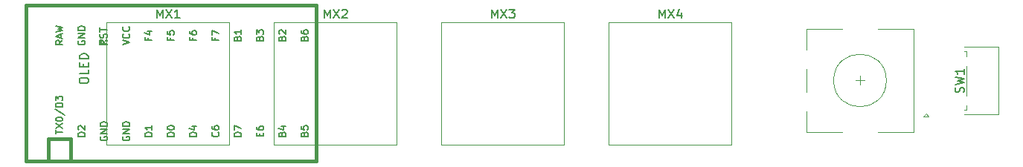
<source format=gbr>
%TF.GenerationSoftware,KiCad,Pcbnew,(5.1.7)-1*%
%TF.CreationDate,2020-11-07T14:05:26+07:00*%
%TF.ProjectId,pix,7069782e-6b69-4636-9164-5f7063625858,rev?*%
%TF.SameCoordinates,Original*%
%TF.FileFunction,Legend,Top*%
%TF.FilePolarity,Positive*%
%FSLAX46Y46*%
G04 Gerber Fmt 4.6, Leading zero omitted, Abs format (unit mm)*
G04 Created by KiCad (PCBNEW (5.1.7)-1) date 2020-11-07 14:05:26*
%MOMM*%
%LPD*%
G01*
G04 APERTURE LIST*
%ADD10C,0.381000*%
%ADD11C,0.150000*%
%ADD12C,0.120000*%
G04 APERTURE END LIST*
D10*
%TO.C,U1*%
X64728750Y-56140000D02*
X95208750Y-56140000D01*
X95208750Y-56140000D02*
X95208750Y-38360000D01*
X95208750Y-38360000D02*
X64728750Y-38360000D01*
X64728750Y-53600000D02*
X67268750Y-53600000D01*
X67268750Y-53600000D02*
X67268750Y-56140000D01*
D11*
G36*
X70608110Y-42318432D02*
G01*
X70908110Y-42318432D01*
X70908110Y-42418432D01*
X70608110Y-42418432D01*
X70608110Y-42318432D01*
G37*
X70608110Y-42318432D02*
X70908110Y-42318432D01*
X70908110Y-42418432D01*
X70608110Y-42418432D01*
X70608110Y-42318432D01*
G36*
X71008110Y-42518432D02*
G01*
X71108110Y-42518432D01*
X71108110Y-42618432D01*
X71008110Y-42618432D01*
X71008110Y-42518432D01*
G37*
X71008110Y-42518432D02*
X71108110Y-42518432D01*
X71108110Y-42618432D01*
X71008110Y-42618432D01*
X71008110Y-42518432D01*
G36*
X70608110Y-42318432D02*
G01*
X70708110Y-42318432D01*
X70708110Y-42818432D01*
X70608110Y-42818432D01*
X70608110Y-42318432D01*
G37*
X70608110Y-42318432D02*
X70708110Y-42318432D01*
X70708110Y-42818432D01*
X70608110Y-42818432D01*
X70608110Y-42318432D01*
G36*
X70608110Y-42718432D02*
G01*
X71408110Y-42718432D01*
X71408110Y-42818432D01*
X70608110Y-42818432D01*
X70608110Y-42718432D01*
G37*
X70608110Y-42718432D02*
X71408110Y-42718432D01*
X71408110Y-42818432D01*
X70608110Y-42818432D01*
X70608110Y-42718432D01*
G36*
X71208110Y-42318432D02*
G01*
X71408110Y-42318432D01*
X71408110Y-42418432D01*
X71208110Y-42418432D01*
X71208110Y-42318432D01*
G37*
X71208110Y-42318432D02*
X71408110Y-42318432D01*
X71408110Y-42418432D01*
X71208110Y-42418432D01*
X71208110Y-42318432D01*
D10*
X64728750Y-38360000D02*
X62188750Y-38360000D01*
X62188750Y-38360000D02*
X62188750Y-56140000D01*
X62188750Y-56140000D02*
X64728750Y-56140000D01*
X64728750Y-53600000D02*
X64728750Y-56140000D01*
D12*
%TO.C,SW2*%
X160093750Y-46911250D02*
G75*
G03*
X160093750Y-46911250I-3000000J0D01*
G01*
X155093750Y-52811250D02*
X150993750Y-52811250D01*
X150993750Y-41011250D02*
X155093750Y-41011250D01*
X159093750Y-41011250D02*
X163193750Y-41011250D01*
X159093750Y-52811250D02*
X163193750Y-52811250D01*
X163193750Y-52811250D02*
X163193750Y-41011250D01*
X164593750Y-50711250D02*
X164893750Y-51011250D01*
X164893750Y-51011250D02*
X164293750Y-51011250D01*
X164293750Y-51011250D02*
X164593750Y-50711250D01*
X150993750Y-52811250D02*
X150993750Y-50411250D01*
X150993750Y-48211250D02*
X150993750Y-45611250D01*
X150993750Y-43411250D02*
X150993750Y-41011250D01*
X157093750Y-47411250D02*
X157093750Y-46411250D01*
X157593750Y-46911250D02*
X156593750Y-46911250D01*
%TO.C,SW1*%
X169186250Y-43597500D02*
X168956250Y-43597500D01*
X172856250Y-43077500D02*
X172856250Y-50797500D01*
X172856250Y-50797500D02*
X168956250Y-50797500D01*
X172856250Y-43077500D02*
X168956250Y-43077500D01*
X169186250Y-50277500D02*
X168956250Y-50277500D01*
X169186250Y-49737500D02*
X169186250Y-50277500D01*
X169186250Y-43597500D02*
X169186250Y-44137500D01*
X169186250Y-45237500D02*
X169186250Y-48637500D01*
%TO.C,MX4*%
X128518750Y-40243750D02*
X142488750Y-40243750D01*
X142488750Y-40243750D02*
X142488750Y-54213750D01*
X142488750Y-54213750D02*
X128518750Y-54213750D01*
X128518750Y-54213750D02*
X128518750Y-40243750D01*
%TO.C,MX3*%
X109468750Y-40243750D02*
X123438750Y-40243750D01*
X123438750Y-40243750D02*
X123438750Y-54213750D01*
X123438750Y-54213750D02*
X109468750Y-54213750D01*
X109468750Y-54213750D02*
X109468750Y-40243750D01*
%TO.C,MX2*%
X90418750Y-40243750D02*
X104388750Y-40243750D01*
X104388750Y-40243750D02*
X104388750Y-54213750D01*
X104388750Y-54213750D02*
X90418750Y-54213750D01*
X90418750Y-54213750D02*
X90418750Y-40243750D01*
%TO.C,MX1*%
X71368750Y-40243750D02*
X85338750Y-40243750D01*
X85338750Y-40243750D02*
X85338750Y-54213750D01*
X85338750Y-54213750D02*
X71368750Y-54213750D01*
X71368750Y-54213750D02*
X71368750Y-40243750D01*
%TO.C,U1*%
D11*
X65560654Y-53012348D02*
X65560654Y-52555205D01*
X66360654Y-52783776D02*
X65560654Y-52783776D01*
X65560654Y-52364729D02*
X66360654Y-51831395D01*
X65560654Y-51831395D02*
X66360654Y-52364729D01*
X65560654Y-51374252D02*
X65560654Y-51298062D01*
X65598750Y-51221872D01*
X65636845Y-51183776D01*
X65713035Y-51145681D01*
X65865416Y-51107586D01*
X66055892Y-51107586D01*
X66208273Y-51145681D01*
X66284464Y-51183776D01*
X66322559Y-51221872D01*
X66360654Y-51298062D01*
X66360654Y-51374252D01*
X66322559Y-51450443D01*
X66284464Y-51488538D01*
X66208273Y-51526633D01*
X66055892Y-51564729D01*
X65865416Y-51564729D01*
X65713035Y-51526633D01*
X65636845Y-51488538D01*
X65598750Y-51450443D01*
X65560654Y-51374252D01*
X65522559Y-50193300D02*
X66551130Y-50879014D01*
X66360654Y-49926633D02*
X65560654Y-49926633D01*
X65560654Y-49736157D01*
X65598750Y-49621872D01*
X65674940Y-49545681D01*
X65751130Y-49507586D01*
X65903511Y-49469491D01*
X66017797Y-49469491D01*
X66170178Y-49507586D01*
X66246369Y-49545681D01*
X66322559Y-49621872D01*
X66360654Y-49736157D01*
X66360654Y-49926633D01*
X65560654Y-49202824D02*
X65560654Y-48707586D01*
X65865416Y-48974252D01*
X65865416Y-48859967D01*
X65903511Y-48783776D01*
X65941607Y-48745681D01*
X66017797Y-48707586D01*
X66208273Y-48707586D01*
X66284464Y-48745681D01*
X66322559Y-48783776D01*
X66360654Y-48859967D01*
X66360654Y-49088538D01*
X66322559Y-49164729D01*
X66284464Y-49202824D01*
X68900654Y-53301476D02*
X68100654Y-53301476D01*
X68100654Y-53111000D01*
X68138750Y-52996714D01*
X68214940Y-52920523D01*
X68291130Y-52882428D01*
X68443511Y-52844333D01*
X68557797Y-52844333D01*
X68710178Y-52882428D01*
X68786369Y-52920523D01*
X68862559Y-52996714D01*
X68900654Y-53111000D01*
X68900654Y-53301476D01*
X68176845Y-52539571D02*
X68138750Y-52501476D01*
X68100654Y-52425285D01*
X68100654Y-52234809D01*
X68138750Y-52158619D01*
X68176845Y-52120523D01*
X68253035Y-52082428D01*
X68329226Y-52082428D01*
X68443511Y-52120523D01*
X68900654Y-52577666D01*
X68900654Y-52082428D01*
X79060654Y-53301476D02*
X78260654Y-53301476D01*
X78260654Y-53111000D01*
X78298750Y-52996714D01*
X78374940Y-52920523D01*
X78451130Y-52882428D01*
X78603511Y-52844333D01*
X78717797Y-52844333D01*
X78870178Y-52882428D01*
X78946369Y-52920523D01*
X79022559Y-52996714D01*
X79060654Y-53111000D01*
X79060654Y-53301476D01*
X78260654Y-52349095D02*
X78260654Y-52272904D01*
X78298750Y-52196714D01*
X78336845Y-52158619D01*
X78413035Y-52120523D01*
X78565416Y-52082428D01*
X78755892Y-52082428D01*
X78908273Y-52120523D01*
X78984464Y-52158619D01*
X79022559Y-52196714D01*
X79060654Y-52272904D01*
X79060654Y-52349095D01*
X79022559Y-52425285D01*
X78984464Y-52463380D01*
X78908273Y-52501476D01*
X78755892Y-52539571D01*
X78565416Y-52539571D01*
X78413035Y-52501476D01*
X78336845Y-52463380D01*
X78298750Y-52425285D01*
X78260654Y-52349095D01*
X76520654Y-53301476D02*
X75720654Y-53301476D01*
X75720654Y-53111000D01*
X75758750Y-52996714D01*
X75834940Y-52920523D01*
X75911130Y-52882428D01*
X76063511Y-52844333D01*
X76177797Y-52844333D01*
X76330178Y-52882428D01*
X76406369Y-52920523D01*
X76482559Y-52996714D01*
X76520654Y-53111000D01*
X76520654Y-53301476D01*
X76520654Y-52082428D02*
X76520654Y-52539571D01*
X76520654Y-52311000D02*
X75720654Y-52311000D01*
X75834940Y-52387190D01*
X75911130Y-52463380D01*
X75949226Y-52539571D01*
X73218750Y-53320523D02*
X73180654Y-53396714D01*
X73180654Y-53511000D01*
X73218750Y-53625285D01*
X73294940Y-53701476D01*
X73371130Y-53739571D01*
X73523511Y-53777666D01*
X73637797Y-53777666D01*
X73790178Y-53739571D01*
X73866369Y-53701476D01*
X73942559Y-53625285D01*
X73980654Y-53511000D01*
X73980654Y-53434809D01*
X73942559Y-53320523D01*
X73904464Y-53282428D01*
X73637797Y-53282428D01*
X73637797Y-53434809D01*
X73980654Y-52939571D02*
X73180654Y-52939571D01*
X73980654Y-52482428D01*
X73180654Y-52482428D01*
X73980654Y-52101476D02*
X73180654Y-52101476D01*
X73180654Y-51911000D01*
X73218750Y-51796714D01*
X73294940Y-51720523D01*
X73371130Y-51682428D01*
X73523511Y-51644333D01*
X73637797Y-51644333D01*
X73790178Y-51682428D01*
X73866369Y-51720523D01*
X73942559Y-51796714D01*
X73980654Y-51911000D01*
X73980654Y-52101476D01*
X70678750Y-53320523D02*
X70640654Y-53396714D01*
X70640654Y-53511000D01*
X70678750Y-53625285D01*
X70754940Y-53701476D01*
X70831130Y-53739571D01*
X70983511Y-53777666D01*
X71097797Y-53777666D01*
X71250178Y-53739571D01*
X71326369Y-53701476D01*
X71402559Y-53625285D01*
X71440654Y-53511000D01*
X71440654Y-53434809D01*
X71402559Y-53320523D01*
X71364464Y-53282428D01*
X71097797Y-53282428D01*
X71097797Y-53434809D01*
X71440654Y-52939571D02*
X70640654Y-52939571D01*
X71440654Y-52482428D01*
X70640654Y-52482428D01*
X71440654Y-52101476D02*
X70640654Y-52101476D01*
X70640654Y-51911000D01*
X70678750Y-51796714D01*
X70754940Y-51720523D01*
X70831130Y-51682428D01*
X70983511Y-51644333D01*
X71097797Y-51644333D01*
X71250178Y-51682428D01*
X71326369Y-51720523D01*
X71402559Y-51796714D01*
X71440654Y-51911000D01*
X71440654Y-52101476D01*
X81600654Y-53301476D02*
X80800654Y-53301476D01*
X80800654Y-53111000D01*
X80838750Y-52996714D01*
X80914940Y-52920523D01*
X80991130Y-52882428D01*
X81143511Y-52844333D01*
X81257797Y-52844333D01*
X81410178Y-52882428D01*
X81486369Y-52920523D01*
X81562559Y-52996714D01*
X81600654Y-53111000D01*
X81600654Y-53301476D01*
X81067321Y-52158619D02*
X81600654Y-52158619D01*
X80762559Y-52349095D02*
X81333988Y-52539571D01*
X81333988Y-52044333D01*
X84064464Y-52844333D02*
X84102559Y-52882428D01*
X84140654Y-52996714D01*
X84140654Y-53072904D01*
X84102559Y-53187190D01*
X84026369Y-53263380D01*
X83950178Y-53301476D01*
X83797797Y-53339571D01*
X83683511Y-53339571D01*
X83531130Y-53301476D01*
X83454940Y-53263380D01*
X83378750Y-53187190D01*
X83340654Y-53072904D01*
X83340654Y-52996714D01*
X83378750Y-52882428D01*
X83416845Y-52844333D01*
X83340654Y-52158619D02*
X83340654Y-52311000D01*
X83378750Y-52387190D01*
X83416845Y-52425285D01*
X83531130Y-52501476D01*
X83683511Y-52539571D01*
X83988273Y-52539571D01*
X84064464Y-52501476D01*
X84102559Y-52463380D01*
X84140654Y-52387190D01*
X84140654Y-52234809D01*
X84102559Y-52158619D01*
X84064464Y-52120523D01*
X83988273Y-52082428D01*
X83797797Y-52082428D01*
X83721607Y-52120523D01*
X83683511Y-52158619D01*
X83645416Y-52234809D01*
X83645416Y-52387190D01*
X83683511Y-52463380D01*
X83721607Y-52501476D01*
X83797797Y-52539571D01*
X86680654Y-53301476D02*
X85880654Y-53301476D01*
X85880654Y-53111000D01*
X85918750Y-52996714D01*
X85994940Y-52920523D01*
X86071130Y-52882428D01*
X86223511Y-52844333D01*
X86337797Y-52844333D01*
X86490178Y-52882428D01*
X86566369Y-52920523D01*
X86642559Y-52996714D01*
X86680654Y-53111000D01*
X86680654Y-53301476D01*
X85880654Y-52577666D02*
X85880654Y-52044333D01*
X86680654Y-52387190D01*
X88801607Y-53263380D02*
X88801607Y-52996714D01*
X89220654Y-52882428D02*
X89220654Y-53263380D01*
X88420654Y-53263380D01*
X88420654Y-52882428D01*
X88420654Y-52196714D02*
X88420654Y-52349095D01*
X88458750Y-52425285D01*
X88496845Y-52463380D01*
X88611130Y-52539571D01*
X88763511Y-52577666D01*
X89068273Y-52577666D01*
X89144464Y-52539571D01*
X89182559Y-52501476D01*
X89220654Y-52425285D01*
X89220654Y-52272904D01*
X89182559Y-52196714D01*
X89144464Y-52158619D01*
X89068273Y-52120523D01*
X88877797Y-52120523D01*
X88801607Y-52158619D01*
X88763511Y-52196714D01*
X88725416Y-52272904D01*
X88725416Y-52425285D01*
X88763511Y-52501476D01*
X88801607Y-52539571D01*
X88877797Y-52577666D01*
X91341607Y-53034809D02*
X91379702Y-52920523D01*
X91417797Y-52882428D01*
X91493988Y-52844333D01*
X91608273Y-52844333D01*
X91684464Y-52882428D01*
X91722559Y-52920523D01*
X91760654Y-52996714D01*
X91760654Y-53301476D01*
X90960654Y-53301476D01*
X90960654Y-53034809D01*
X90998750Y-52958619D01*
X91036845Y-52920523D01*
X91113035Y-52882428D01*
X91189226Y-52882428D01*
X91265416Y-52920523D01*
X91303511Y-52958619D01*
X91341607Y-53034809D01*
X91341607Y-53301476D01*
X91227321Y-52158619D02*
X91760654Y-52158619D01*
X90922559Y-52349095D02*
X91493988Y-52539571D01*
X91493988Y-52044333D01*
X93881607Y-53034809D02*
X93919702Y-52920523D01*
X93957797Y-52882428D01*
X94033988Y-52844333D01*
X94148273Y-52844333D01*
X94224464Y-52882428D01*
X94262559Y-52920523D01*
X94300654Y-52996714D01*
X94300654Y-53301476D01*
X93500654Y-53301476D01*
X93500654Y-53034809D01*
X93538750Y-52958619D01*
X93576845Y-52920523D01*
X93653035Y-52882428D01*
X93729226Y-52882428D01*
X93805416Y-52920523D01*
X93843511Y-52958619D01*
X93881607Y-53034809D01*
X93881607Y-53301476D01*
X93500654Y-52120523D02*
X93500654Y-52501476D01*
X93881607Y-52539571D01*
X93843511Y-52501476D01*
X93805416Y-52425285D01*
X93805416Y-52234809D01*
X93843511Y-52158619D01*
X93881607Y-52120523D01*
X93957797Y-52082428D01*
X94148273Y-52082428D01*
X94224464Y-52120523D01*
X94262559Y-52158619D01*
X94300654Y-52234809D01*
X94300654Y-52425285D01*
X94262559Y-52501476D01*
X94224464Y-52539571D01*
X93881607Y-42112809D02*
X93919702Y-41998523D01*
X93957797Y-41960428D01*
X94033988Y-41922333D01*
X94148273Y-41922333D01*
X94224464Y-41960428D01*
X94262559Y-41998523D01*
X94300654Y-42074714D01*
X94300654Y-42379476D01*
X93500654Y-42379476D01*
X93500654Y-42112809D01*
X93538750Y-42036619D01*
X93576845Y-41998523D01*
X93653035Y-41960428D01*
X93729226Y-41960428D01*
X93805416Y-41998523D01*
X93843511Y-42036619D01*
X93881607Y-42112809D01*
X93881607Y-42379476D01*
X93500654Y-41236619D02*
X93500654Y-41389000D01*
X93538750Y-41465190D01*
X93576845Y-41503285D01*
X93691130Y-41579476D01*
X93843511Y-41617571D01*
X94148273Y-41617571D01*
X94224464Y-41579476D01*
X94262559Y-41541380D01*
X94300654Y-41465190D01*
X94300654Y-41312809D01*
X94262559Y-41236619D01*
X94224464Y-41198523D01*
X94148273Y-41160428D01*
X93957797Y-41160428D01*
X93881607Y-41198523D01*
X93843511Y-41236619D01*
X93805416Y-41312809D01*
X93805416Y-41465190D01*
X93843511Y-41541380D01*
X93881607Y-41579476D01*
X93957797Y-41617571D01*
X88801607Y-42112809D02*
X88839702Y-41998523D01*
X88877797Y-41960428D01*
X88953988Y-41922333D01*
X89068273Y-41922333D01*
X89144464Y-41960428D01*
X89182559Y-41998523D01*
X89220654Y-42074714D01*
X89220654Y-42379476D01*
X88420654Y-42379476D01*
X88420654Y-42112809D01*
X88458750Y-42036619D01*
X88496845Y-41998523D01*
X88573035Y-41960428D01*
X88649226Y-41960428D01*
X88725416Y-41998523D01*
X88763511Y-42036619D01*
X88801607Y-42112809D01*
X88801607Y-42379476D01*
X88420654Y-41655666D02*
X88420654Y-41160428D01*
X88725416Y-41427095D01*
X88725416Y-41312809D01*
X88763511Y-41236619D01*
X88801607Y-41198523D01*
X88877797Y-41160428D01*
X89068273Y-41160428D01*
X89144464Y-41198523D01*
X89182559Y-41236619D01*
X89220654Y-41312809D01*
X89220654Y-41541380D01*
X89182559Y-41617571D01*
X89144464Y-41655666D01*
X86261607Y-42112809D02*
X86299702Y-41998523D01*
X86337797Y-41960428D01*
X86413988Y-41922333D01*
X86528273Y-41922333D01*
X86604464Y-41960428D01*
X86642559Y-41998523D01*
X86680654Y-42074714D01*
X86680654Y-42379476D01*
X85880654Y-42379476D01*
X85880654Y-42112809D01*
X85918750Y-42036619D01*
X85956845Y-41998523D01*
X86033035Y-41960428D01*
X86109226Y-41960428D01*
X86185416Y-41998523D01*
X86223511Y-42036619D01*
X86261607Y-42112809D01*
X86261607Y-42379476D01*
X86680654Y-41160428D02*
X86680654Y-41617571D01*
X86680654Y-41389000D02*
X85880654Y-41389000D01*
X85994940Y-41465190D01*
X86071130Y-41541380D01*
X86109226Y-41617571D01*
X76101607Y-42055666D02*
X76101607Y-42322333D01*
X76520654Y-42322333D02*
X75720654Y-42322333D01*
X75720654Y-41941380D01*
X75987321Y-41293761D02*
X76520654Y-41293761D01*
X75682559Y-41484238D02*
X76253988Y-41674714D01*
X76253988Y-41179476D01*
X73180654Y-42855666D02*
X73980654Y-42589000D01*
X73180654Y-42322333D01*
X73904464Y-41598523D02*
X73942559Y-41636619D01*
X73980654Y-41750904D01*
X73980654Y-41827095D01*
X73942559Y-41941380D01*
X73866369Y-42017571D01*
X73790178Y-42055666D01*
X73637797Y-42093761D01*
X73523511Y-42093761D01*
X73371130Y-42055666D01*
X73294940Y-42017571D01*
X73218750Y-41941380D01*
X73180654Y-41827095D01*
X73180654Y-41750904D01*
X73218750Y-41636619D01*
X73256845Y-41598523D01*
X73904464Y-40798523D02*
X73942559Y-40836619D01*
X73980654Y-40950904D01*
X73980654Y-41027095D01*
X73942559Y-41141380D01*
X73866369Y-41217571D01*
X73790178Y-41255666D01*
X73637797Y-41293761D01*
X73523511Y-41293761D01*
X73371130Y-41255666D01*
X73294940Y-41217571D01*
X73218750Y-41141380D01*
X73180654Y-41027095D01*
X73180654Y-40950904D01*
X73218750Y-40836619D01*
X73256845Y-40798523D01*
X71372559Y-42050213D02*
X71410654Y-41935927D01*
X71410654Y-41745451D01*
X71372559Y-41669260D01*
X71334464Y-41631165D01*
X71258273Y-41593070D01*
X71182083Y-41593070D01*
X71105892Y-41631165D01*
X71067797Y-41669260D01*
X71029702Y-41745451D01*
X70991607Y-41897832D01*
X70953511Y-41974022D01*
X70915416Y-42012118D01*
X70839226Y-42050213D01*
X70763035Y-42050213D01*
X70686845Y-42012118D01*
X70648750Y-41974022D01*
X70610654Y-41897832D01*
X70610654Y-41707356D01*
X70648750Y-41593070D01*
X70610654Y-41364499D02*
X70610654Y-40907356D01*
X71410654Y-41135927D02*
X70610654Y-41135927D01*
X68138750Y-42398523D02*
X68100654Y-42474714D01*
X68100654Y-42589000D01*
X68138750Y-42703285D01*
X68214940Y-42779476D01*
X68291130Y-42817571D01*
X68443511Y-42855666D01*
X68557797Y-42855666D01*
X68710178Y-42817571D01*
X68786369Y-42779476D01*
X68862559Y-42703285D01*
X68900654Y-42589000D01*
X68900654Y-42512809D01*
X68862559Y-42398523D01*
X68824464Y-42360428D01*
X68557797Y-42360428D01*
X68557797Y-42512809D01*
X68900654Y-42017571D02*
X68100654Y-42017571D01*
X68900654Y-41560428D01*
X68100654Y-41560428D01*
X68900654Y-41179476D02*
X68100654Y-41179476D01*
X68100654Y-40989000D01*
X68138750Y-40874714D01*
X68214940Y-40798523D01*
X68291130Y-40760428D01*
X68443511Y-40722333D01*
X68557797Y-40722333D01*
X68710178Y-40760428D01*
X68786369Y-40798523D01*
X68862559Y-40874714D01*
X68900654Y-40989000D01*
X68900654Y-41179476D01*
X66360654Y-42341380D02*
X65979702Y-42608047D01*
X66360654Y-42798523D02*
X65560654Y-42798523D01*
X65560654Y-42493761D01*
X65598750Y-42417571D01*
X65636845Y-42379476D01*
X65713035Y-42341380D01*
X65827321Y-42341380D01*
X65903511Y-42379476D01*
X65941607Y-42417571D01*
X65979702Y-42493761D01*
X65979702Y-42798523D01*
X66132083Y-42036619D02*
X66132083Y-41655666D01*
X66360654Y-42112809D02*
X65560654Y-41846142D01*
X66360654Y-41579476D01*
X65560654Y-41389000D02*
X66360654Y-41198523D01*
X65789226Y-41046142D01*
X66360654Y-40893761D01*
X65560654Y-40703285D01*
X78641607Y-42055666D02*
X78641607Y-42322333D01*
X79060654Y-42322333D02*
X78260654Y-42322333D01*
X78260654Y-41941380D01*
X78260654Y-41255666D02*
X78260654Y-41636619D01*
X78641607Y-41674714D01*
X78603511Y-41636619D01*
X78565416Y-41560428D01*
X78565416Y-41369952D01*
X78603511Y-41293761D01*
X78641607Y-41255666D01*
X78717797Y-41217571D01*
X78908273Y-41217571D01*
X78984464Y-41255666D01*
X79022559Y-41293761D01*
X79060654Y-41369952D01*
X79060654Y-41560428D01*
X79022559Y-41636619D01*
X78984464Y-41674714D01*
X81181607Y-42055666D02*
X81181607Y-42322333D01*
X81600654Y-42322333D02*
X80800654Y-42322333D01*
X80800654Y-41941380D01*
X80800654Y-41293761D02*
X80800654Y-41446142D01*
X80838750Y-41522333D01*
X80876845Y-41560428D01*
X80991130Y-41636619D01*
X81143511Y-41674714D01*
X81448273Y-41674714D01*
X81524464Y-41636619D01*
X81562559Y-41598523D01*
X81600654Y-41522333D01*
X81600654Y-41369952D01*
X81562559Y-41293761D01*
X81524464Y-41255666D01*
X81448273Y-41217571D01*
X81257797Y-41217571D01*
X81181607Y-41255666D01*
X81143511Y-41293761D01*
X81105416Y-41369952D01*
X81105416Y-41522333D01*
X81143511Y-41598523D01*
X81181607Y-41636619D01*
X81257797Y-41674714D01*
X83721607Y-42055666D02*
X83721607Y-42322333D01*
X84140654Y-42322333D02*
X83340654Y-42322333D01*
X83340654Y-41941380D01*
X83340654Y-41712809D02*
X83340654Y-41179476D01*
X84140654Y-41522333D01*
X91341607Y-42112809D02*
X91379702Y-41998523D01*
X91417797Y-41960428D01*
X91493988Y-41922333D01*
X91608273Y-41922333D01*
X91684464Y-41960428D01*
X91722559Y-41998523D01*
X91760654Y-42074714D01*
X91760654Y-42379476D01*
X90960654Y-42379476D01*
X90960654Y-42112809D01*
X90998750Y-42036619D01*
X91036845Y-41998523D01*
X91113035Y-41960428D01*
X91189226Y-41960428D01*
X91265416Y-41998523D01*
X91303511Y-42036619D01*
X91341607Y-42112809D01*
X91341607Y-42379476D01*
X91036845Y-41617571D02*
X90998750Y-41579476D01*
X90960654Y-41503285D01*
X90960654Y-41312809D01*
X90998750Y-41236619D01*
X91036845Y-41198523D01*
X91113035Y-41160428D01*
X91189226Y-41160428D01*
X91303511Y-41198523D01*
X91760654Y-41655666D01*
X91760654Y-41160428D01*
%TO.C,OL1*%
X68264880Y-47014880D02*
X68264880Y-46824404D01*
X68312500Y-46729166D01*
X68407738Y-46633928D01*
X68598214Y-46586309D01*
X68931547Y-46586309D01*
X69122023Y-46633928D01*
X69217261Y-46729166D01*
X69264880Y-46824404D01*
X69264880Y-47014880D01*
X69217261Y-47110119D01*
X69122023Y-47205357D01*
X68931547Y-47252976D01*
X68598214Y-47252976D01*
X68407738Y-47205357D01*
X68312500Y-47110119D01*
X68264880Y-47014880D01*
X69264880Y-45681547D02*
X69264880Y-46157738D01*
X68264880Y-46157738D01*
X68741071Y-45348214D02*
X68741071Y-45014880D01*
X69264880Y-44872023D02*
X69264880Y-45348214D01*
X68264880Y-45348214D01*
X68264880Y-44872023D01*
X69264880Y-44443452D02*
X68264880Y-44443452D01*
X68264880Y-44205357D01*
X68312500Y-44062500D01*
X68407738Y-43967261D01*
X68502976Y-43919642D01*
X68693452Y-43872023D01*
X68836309Y-43872023D01*
X69026785Y-43919642D01*
X69122023Y-43967261D01*
X69217261Y-44062500D01*
X69264880Y-44205357D01*
X69264880Y-44443452D01*
%TO.C,SW1*%
X168881011Y-48270833D02*
X168928630Y-48127976D01*
X168928630Y-47889880D01*
X168881011Y-47794642D01*
X168833392Y-47747023D01*
X168738154Y-47699404D01*
X168642916Y-47699404D01*
X168547678Y-47747023D01*
X168500059Y-47794642D01*
X168452440Y-47889880D01*
X168404821Y-48080357D01*
X168357202Y-48175595D01*
X168309583Y-48223214D01*
X168214345Y-48270833D01*
X168119107Y-48270833D01*
X168023869Y-48223214D01*
X167976250Y-48175595D01*
X167928630Y-48080357D01*
X167928630Y-47842261D01*
X167976250Y-47699404D01*
X167928630Y-47366071D02*
X168928630Y-47127976D01*
X168214345Y-46937500D01*
X168928630Y-46747023D01*
X167928630Y-46508928D01*
X168928630Y-45604166D02*
X168928630Y-46175595D01*
X168928630Y-45889880D02*
X167928630Y-45889880D01*
X168071488Y-45985119D01*
X168166726Y-46080357D01*
X168214345Y-46175595D01*
%TO.C,MX4*%
X134218035Y-39807130D02*
X134218035Y-38807130D01*
X134551369Y-39521416D01*
X134884702Y-38807130D01*
X134884702Y-39807130D01*
X135265654Y-38807130D02*
X135932321Y-39807130D01*
X135932321Y-38807130D02*
X135265654Y-39807130D01*
X136741845Y-39140464D02*
X136741845Y-39807130D01*
X136503750Y-38759511D02*
X136265654Y-39473797D01*
X136884702Y-39473797D01*
%TO.C,MX3*%
X115168035Y-39807130D02*
X115168035Y-38807130D01*
X115501369Y-39521416D01*
X115834702Y-38807130D01*
X115834702Y-39807130D01*
X116215654Y-38807130D02*
X116882321Y-39807130D01*
X116882321Y-38807130D02*
X116215654Y-39807130D01*
X117168035Y-38807130D02*
X117787083Y-38807130D01*
X117453750Y-39188083D01*
X117596607Y-39188083D01*
X117691845Y-39235702D01*
X117739464Y-39283321D01*
X117787083Y-39378559D01*
X117787083Y-39616654D01*
X117739464Y-39711892D01*
X117691845Y-39759511D01*
X117596607Y-39807130D01*
X117310892Y-39807130D01*
X117215654Y-39759511D01*
X117168035Y-39711892D01*
%TO.C,MX2*%
X96118035Y-39807130D02*
X96118035Y-38807130D01*
X96451369Y-39521416D01*
X96784702Y-38807130D01*
X96784702Y-39807130D01*
X97165654Y-38807130D02*
X97832321Y-39807130D01*
X97832321Y-38807130D02*
X97165654Y-39807130D01*
X98165654Y-38902369D02*
X98213273Y-38854750D01*
X98308511Y-38807130D01*
X98546607Y-38807130D01*
X98641845Y-38854750D01*
X98689464Y-38902369D01*
X98737083Y-38997607D01*
X98737083Y-39092845D01*
X98689464Y-39235702D01*
X98118035Y-39807130D01*
X98737083Y-39807130D01*
%TO.C,MX1*%
X77068035Y-39807130D02*
X77068035Y-38807130D01*
X77401369Y-39521416D01*
X77734702Y-38807130D01*
X77734702Y-39807130D01*
X78115654Y-38807130D02*
X78782321Y-39807130D01*
X78782321Y-38807130D02*
X78115654Y-39807130D01*
X79687083Y-39807130D02*
X79115654Y-39807130D01*
X79401369Y-39807130D02*
X79401369Y-38807130D01*
X79306130Y-38949988D01*
X79210892Y-39045226D01*
X79115654Y-39092845D01*
%TD*%
M02*

</source>
